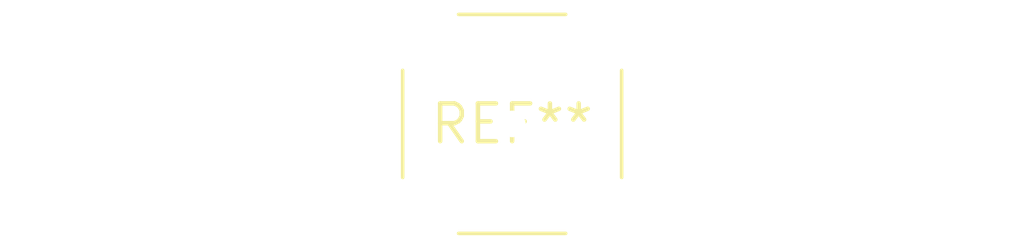
<source format=kicad_pcb>
(kicad_pcb (version 20240108) (generator pcbnew)
  (layers (0 "F.Cu" signal) (31 "B.Cu" signal) (34 "B.Paste" user) (35 "F.Paste" user) (36 "B.SilkS" user "B.Silkscreen") (37 "F.SilkS" user "F.Silkscreen") (38 "B.Mask" user) (39 "F.Mask" user) (44 "Edge.Cuts" user))
  (net 0 "")
  (footprint "SMA_Amphenol_132134-14_Vertical" (layer "F.Cu") (at 0 0)
    (property "Reference" "REF**")
    (property "Value" "SMA_Amphenol_132134-14_Vertical")
    (fp_line (start -3.68 -1.8) (end -3.68 1.8) (layer "F.SilkS") (stroke (width 0.12)))
    (fp_line (start -1.8 -3.68) (end 1.8 -3.68) (layer "F.SilkS") (stroke (width 0.12)))
    (fp_line (start -1.8 3.68) (end 1.8 3.68) (layer "F.SilkS") (stroke (width 0.12)))
    (fp_line (start 3.68 -1.8) (end 3.68 1.8) (layer "F.SilkS") (stroke (width 0.12)))
    (pad "1" thru_hole circle (at 0 0) (size 1.44 1.44) (drill 0.89) (layers *.Cu *.Mask) (remove_unused_layers))
    (pad "2" thru_hole circle (at -2.54 -2.54) (size 2.25 2.25) (drill 1.7) (layers *.Cu *.Mask) (remove_unused_layers))
    (pad "2" thru_hole circle (at -2.54 2.54) (size 2.25 2.25) (drill 1.7) (layers *.Cu *.Mask) (remove_unused_layers))
    (pad "2" thru_hole circle (at 2.54 -2.54) (size 2.25 2.25) (drill 1.7) (layers *.Cu *.Mask) (remove_unused_layers))
    (pad "2" thru_hole circle (at 2.54 2.54) (size 2.25 2.25) (drill 1.7) (layers *.Cu *.Mask) (remove_unused_layers))
  )
)
</source>
